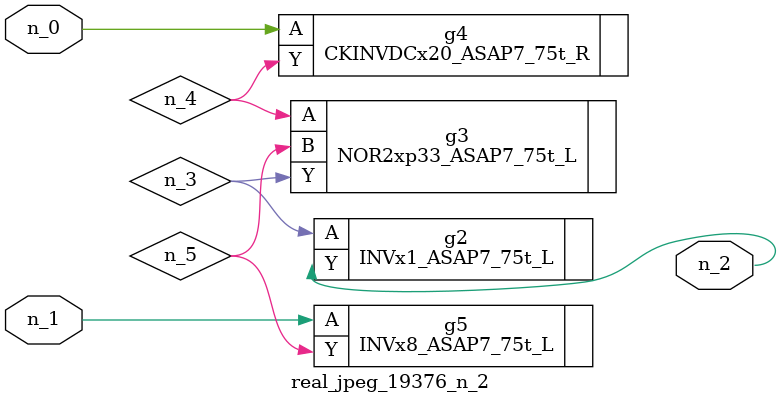
<source format=v>
module real_jpeg_19376_n_2 (n_1, n_0, n_2);

input n_1;
input n_0;

output n_2;

wire n_5;
wire n_4;
wire n_3;

CKINVDCx20_ASAP7_75t_R g4 ( 
.A(n_0),
.Y(n_4)
);

INVx8_ASAP7_75t_L g5 ( 
.A(n_1),
.Y(n_5)
);

INVx1_ASAP7_75t_L g2 ( 
.A(n_3),
.Y(n_2)
);

NOR2xp33_ASAP7_75t_L g3 ( 
.A(n_4),
.B(n_5),
.Y(n_3)
);


endmodule
</source>
